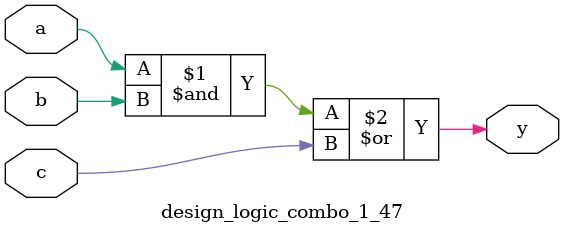
<source format=sv>
module design_logic_combo_1_47(input logic a,b,c, output logic y);
  assign y = (a & b) | c;
endmodule

</source>
